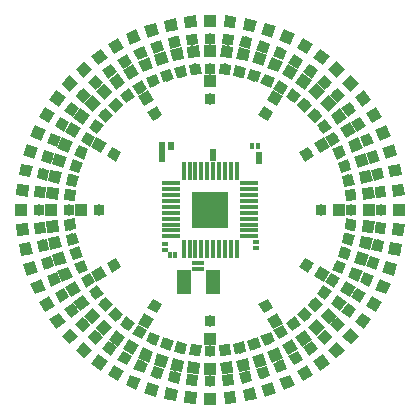
<source format=gts>
G75*
G70*
%OFA0B0*%
%FSLAX24Y24*%
%IPPOS*%
%LPD*%
%AMOC8*
5,1,8,0,0,1.08239X$1,22.5*
%
%ADD10R,0.0631X0.0171*%
%ADD11R,0.0171X0.0631*%
%ADD12R,0.1222X0.1222*%
%ADD13C,0.0320*%
%ADD14C,0.0380*%
%ADD15R,0.0395X0.0395*%
%ADD16R,0.0370X0.0354*%
%ADD17R,0.0395X0.0395*%
%ADD18R,0.0354X0.0370*%
%ADD19R,0.0510X0.0830*%
%ADD20R,0.0249X0.0190*%
%ADD21R,0.0218X0.0178*%
%ADD22R,0.0178X0.0218*%
%ADD23R,0.0237X0.0277*%
D10*
X007429Y007621D03*
X007429Y007817D03*
X007429Y008014D03*
X007429Y008211D03*
X007429Y008408D03*
X007429Y008605D03*
X007429Y008802D03*
X007429Y008999D03*
X007429Y009195D03*
X007429Y009392D03*
X010027Y009392D03*
X010027Y009195D03*
X010027Y008999D03*
X010027Y008802D03*
X010027Y008605D03*
X010027Y008408D03*
X010027Y008211D03*
X010027Y008014D03*
X010027Y007817D03*
X010027Y007621D03*
D11*
X009614Y007207D03*
X009417Y007207D03*
X009220Y007207D03*
X009023Y007207D03*
X008827Y007207D03*
X008630Y007207D03*
X008433Y007207D03*
X008236Y007207D03*
X008039Y007207D03*
X007842Y007207D03*
X007842Y009806D03*
X008039Y009806D03*
X008236Y009806D03*
X008433Y009806D03*
X008630Y009806D03*
X008827Y009806D03*
X009023Y009806D03*
X009220Y009806D03*
X009417Y009806D03*
X009614Y009806D03*
D12*
X008728Y008506D03*
D13*
X008728Y008506D03*
X008334Y008506D03*
X008334Y008900D03*
X008728Y008900D03*
X009122Y008900D03*
X009122Y008506D03*
X009122Y008113D03*
X008728Y008113D03*
X008334Y008113D03*
D14*
X005520Y006654D03*
X004922Y005741D03*
X004654Y006154D03*
X004430Y006593D03*
X004254Y007053D03*
X004126Y007528D03*
X004049Y008015D03*
X004023Y008506D03*
X004049Y008998D03*
X004126Y009485D03*
X004254Y009960D03*
X004430Y010420D03*
X004654Y010859D03*
X004922Y011272D03*
X005232Y011655D03*
X005580Y012003D03*
X005963Y012313D03*
X006376Y012581D03*
X006815Y012804D03*
X007274Y012981D03*
X007750Y013108D03*
X008236Y013185D03*
X008728Y013211D03*
X009220Y013185D03*
X009706Y013108D03*
X010182Y012981D03*
X010642Y012804D03*
X011081Y012581D03*
X011494Y012313D03*
X011876Y012003D03*
X012224Y011655D03*
X012534Y011272D03*
X012803Y010859D03*
X013026Y010420D03*
X013203Y009960D03*
X013330Y009485D03*
X013407Y008998D03*
X013433Y008506D03*
X013407Y008015D03*
X013330Y007528D03*
X013203Y007053D03*
X013026Y006593D03*
X012803Y006154D03*
X012534Y005741D03*
X012224Y005358D03*
X011876Y005010D03*
X011494Y004700D03*
X011081Y004432D03*
X010642Y004208D03*
X010182Y004032D03*
X009706Y003905D03*
X009220Y003827D03*
X008728Y003802D03*
X008236Y003827D03*
X007750Y003905D03*
X007274Y004032D03*
X006815Y004208D03*
X006376Y004432D03*
X005963Y004700D03*
X005580Y005010D03*
X005232Y005358D03*
X004489Y004689D03*
X004911Y004267D03*
X005375Y003891D03*
X005876Y003566D03*
X006408Y003295D03*
X006965Y003081D03*
X007542Y002926D03*
X008132Y002833D03*
X008728Y002802D03*
X009324Y002833D03*
X009914Y002926D03*
X010491Y003081D03*
X011049Y003295D03*
X011581Y003566D03*
X012081Y003891D03*
X012545Y004267D03*
X012968Y004689D03*
X013343Y005153D03*
X013669Y005654D03*
X013940Y006186D03*
X014154Y006744D03*
X014308Y007320D03*
X014402Y007910D03*
X014433Y008506D03*
X014402Y009103D03*
X014308Y009693D03*
X014154Y010269D03*
X013940Y010827D03*
X013669Y011359D03*
X013343Y011860D03*
X012968Y012324D03*
X012545Y012746D03*
X012081Y013122D03*
X011581Y013447D03*
X011049Y013718D03*
X010491Y013932D03*
X009914Y014086D03*
X009324Y014180D03*
X008728Y014211D03*
X008132Y014180D03*
X007542Y014086D03*
X006965Y013932D03*
X006408Y013718D03*
X005876Y013447D03*
X005375Y013122D03*
X004911Y012746D03*
X004489Y012324D03*
X004113Y011860D03*
X003788Y011359D03*
X003517Y010827D03*
X003303Y010269D03*
X003148Y009693D03*
X003055Y009103D03*
X003023Y008506D03*
X003055Y007910D03*
X003148Y007320D03*
X003303Y006744D03*
X003517Y006186D03*
X003788Y005654D03*
X004113Y005153D03*
X006876Y005298D03*
X008728Y004802D03*
X010581Y005298D03*
X011937Y006654D03*
X012433Y008506D03*
X011937Y010359D03*
X010581Y011715D03*
X008728Y012211D03*
X006876Y011715D03*
X005520Y010359D03*
X005023Y008506D03*
D15*
X004433Y008506D03*
X003433Y008506D03*
X002433Y008506D03*
X008728Y004211D03*
X008728Y003211D03*
X008728Y002211D03*
X013023Y008506D03*
X014023Y008506D03*
X015023Y008506D03*
X008728Y012802D03*
X008728Y013802D03*
X008728Y014802D03*
D16*
X008728Y014211D03*
G36*
X008334Y014024D02*
X007967Y013985D01*
X007930Y014336D01*
X008297Y014375D01*
X008334Y014024D01*
G37*
G36*
X007759Y013952D02*
X007398Y013875D01*
X007325Y014220D01*
X007686Y014297D01*
X007759Y013952D01*
G37*
G36*
X007195Y013821D02*
X006844Y013707D01*
X006735Y014043D01*
X007086Y014157D01*
X007195Y013821D01*
G37*
G36*
X006648Y013632D02*
X006311Y013482D01*
X006168Y013804D01*
X006505Y013954D01*
X006648Y013632D01*
G37*
G36*
X006124Y013387D02*
X005805Y013202D01*
X005628Y013507D01*
X005947Y013692D01*
X006124Y013387D01*
G37*
G36*
X005628Y013088D02*
X005330Y012871D01*
X005122Y013156D01*
X005420Y013373D01*
X005628Y013088D01*
G37*
G36*
X005166Y012739D02*
X004892Y012491D01*
X004656Y012753D01*
X004930Y013001D01*
X005166Y012739D01*
G37*
G36*
X004744Y012343D02*
X004496Y012069D01*
X004234Y012305D01*
X004482Y012579D01*
X004744Y012343D01*
G37*
G36*
X004364Y011905D02*
X004147Y011607D01*
X003862Y011815D01*
X004079Y012113D01*
X004364Y011905D01*
G37*
G36*
X005173Y011317D02*
X004956Y011019D01*
X004671Y011227D01*
X004888Y011525D01*
X005173Y011317D01*
G37*
G36*
X005487Y011674D02*
X005239Y011400D01*
X004977Y011636D01*
X005225Y011910D01*
X005487Y011674D01*
G37*
G36*
X005835Y011996D02*
X005561Y011748D01*
X005325Y012010D01*
X005599Y012258D01*
X005835Y011996D01*
G37*
G36*
X006216Y012279D02*
X005918Y012062D01*
X005710Y012347D01*
X006008Y012564D01*
X006216Y012279D01*
G37*
G36*
X006624Y012521D02*
X006305Y012336D01*
X006128Y012641D01*
X006447Y012826D01*
X006624Y012521D01*
G37*
G36*
X007055Y012718D02*
X006718Y012568D01*
X006575Y012890D01*
X006912Y013040D01*
X007055Y012718D01*
G37*
G36*
X007504Y012870D02*
X007153Y012756D01*
X007044Y013092D01*
X007395Y013206D01*
X007504Y012870D01*
G37*
G36*
X007967Y012974D02*
X007606Y012897D01*
X007533Y013242D01*
X007894Y013319D01*
X007967Y012974D01*
G37*
G36*
X008438Y013029D02*
X008071Y012990D01*
X008034Y013341D01*
X008401Y013380D01*
X008438Y013029D01*
G37*
X008728Y013211D03*
G36*
X009385Y012990D02*
X009018Y013029D01*
X009055Y013380D01*
X009422Y013341D01*
X009385Y012990D01*
G37*
G36*
X009850Y012897D02*
X009489Y012974D01*
X009562Y013319D01*
X009923Y013242D01*
X009850Y012897D01*
G37*
G36*
X010303Y012756D02*
X009952Y012870D01*
X010061Y013206D01*
X010412Y013092D01*
X010303Y012756D01*
G37*
G36*
X010739Y012568D02*
X010402Y012718D01*
X010545Y013040D01*
X010882Y012890D01*
X010739Y012568D01*
G37*
G36*
X011152Y012336D02*
X010833Y012521D01*
X011010Y012826D01*
X011329Y012641D01*
X011152Y012336D01*
G37*
G36*
X011539Y012062D02*
X011241Y012279D01*
X011449Y012564D01*
X011747Y012347D01*
X011539Y012062D01*
G37*
G36*
X011895Y011748D02*
X011621Y011996D01*
X011857Y012258D01*
X012131Y012010D01*
X011895Y011748D01*
G37*
G36*
X012217Y011400D02*
X011969Y011674D01*
X012231Y011910D01*
X012479Y011636D01*
X012217Y011400D01*
G37*
G36*
X012500Y011019D02*
X012283Y011317D01*
X012568Y011525D01*
X012785Y011227D01*
X012500Y011019D01*
G37*
G36*
X012743Y010611D02*
X012558Y010930D01*
X012863Y011107D01*
X013048Y010788D01*
X012743Y010611D01*
G37*
G36*
X012940Y010180D02*
X012790Y010517D01*
X013112Y010660D01*
X013262Y010323D01*
X012940Y010180D01*
G37*
G36*
X013092Y009730D02*
X012978Y010081D01*
X013314Y010190D01*
X013428Y009839D01*
X013092Y009730D01*
G37*
G36*
X013196Y009268D02*
X013119Y009629D01*
X013464Y009702D01*
X013541Y009341D01*
X013196Y009268D01*
G37*
G36*
X013251Y008796D02*
X013212Y009163D01*
X013563Y009200D01*
X013602Y008833D01*
X013251Y008796D01*
G37*
G36*
X013212Y007850D02*
X013251Y008217D01*
X013602Y008180D01*
X013563Y007813D01*
X013212Y007850D01*
G37*
G36*
X013119Y007384D02*
X013196Y007745D01*
X013541Y007672D01*
X013464Y007311D01*
X013119Y007384D01*
G37*
G36*
X012978Y006932D02*
X013092Y007283D01*
X013428Y007174D01*
X013314Y006823D01*
X012978Y006932D01*
G37*
G36*
X012790Y006496D02*
X012940Y006833D01*
X013262Y006690D01*
X013112Y006353D01*
X012790Y006496D01*
G37*
G36*
X012558Y006083D02*
X012743Y006402D01*
X013048Y006225D01*
X012863Y005906D01*
X012558Y006083D01*
G37*
G36*
X012283Y005696D02*
X012500Y005994D01*
X012785Y005786D01*
X012568Y005488D01*
X012283Y005696D01*
G37*
G36*
X011969Y005339D02*
X012217Y005613D01*
X012479Y005377D01*
X012231Y005103D01*
X011969Y005339D01*
G37*
G36*
X011621Y005017D02*
X011895Y005265D01*
X012131Y005003D01*
X011857Y004755D01*
X011621Y005017D01*
G37*
G36*
X011241Y004734D02*
X011539Y004951D01*
X011747Y004666D01*
X011449Y004449D01*
X011241Y004734D01*
G37*
G36*
X010833Y004492D02*
X011152Y004677D01*
X011329Y004372D01*
X011010Y004187D01*
X010833Y004492D01*
G37*
G36*
X010402Y004294D02*
X010739Y004444D01*
X010882Y004122D01*
X010545Y003972D01*
X010402Y004294D01*
G37*
G36*
X009952Y004143D02*
X010303Y004257D01*
X010412Y003921D01*
X010061Y003807D01*
X009952Y004143D01*
G37*
G36*
X009489Y004039D02*
X009850Y004116D01*
X009923Y003771D01*
X009562Y003694D01*
X009489Y004039D01*
G37*
G36*
X009018Y003983D02*
X009385Y004022D01*
X009422Y003671D01*
X009055Y003632D01*
X009018Y003983D01*
G37*
X008728Y003802D03*
G36*
X008071Y004022D02*
X008438Y003983D01*
X008401Y003632D01*
X008034Y003671D01*
X008071Y004022D01*
G37*
G36*
X007606Y004116D02*
X007967Y004039D01*
X007894Y003694D01*
X007533Y003771D01*
X007606Y004116D01*
G37*
G36*
X007153Y004257D02*
X007504Y004143D01*
X007395Y003807D01*
X007044Y003921D01*
X007153Y004257D01*
G37*
G36*
X006718Y004444D02*
X007055Y004294D01*
X006912Y003972D01*
X006575Y004122D01*
X006718Y004444D01*
G37*
G36*
X006305Y004677D02*
X006624Y004492D01*
X006447Y004187D01*
X006128Y004372D01*
X006305Y004677D01*
G37*
G36*
X005918Y004951D02*
X006216Y004734D01*
X006008Y004449D01*
X005710Y004666D01*
X005918Y004951D01*
G37*
G36*
X005561Y005265D02*
X005835Y005017D01*
X005599Y004755D01*
X005325Y005003D01*
X005561Y005265D01*
G37*
G36*
X005239Y005613D02*
X005487Y005339D01*
X005225Y005103D01*
X004977Y005377D01*
X005239Y005613D01*
G37*
G36*
X004956Y005994D02*
X005173Y005696D01*
X004888Y005488D01*
X004671Y005786D01*
X004956Y005994D01*
G37*
G36*
X004714Y006402D02*
X004899Y006083D01*
X004594Y005906D01*
X004409Y006225D01*
X004714Y006402D01*
G37*
G36*
X004516Y006833D02*
X004666Y006496D01*
X004344Y006353D01*
X004194Y006690D01*
X004516Y006833D01*
G37*
G36*
X004365Y007283D02*
X004479Y006932D01*
X004143Y006823D01*
X004029Y007174D01*
X004365Y007283D01*
G37*
G36*
X004260Y007745D02*
X004337Y007384D01*
X003992Y007311D01*
X003915Y007672D01*
X004260Y007745D01*
G37*
G36*
X004205Y008217D02*
X004244Y007850D01*
X003893Y007813D01*
X003854Y008180D01*
X004205Y008217D01*
G37*
G36*
X004244Y009163D02*
X004205Y008796D01*
X003854Y008833D01*
X003893Y009200D01*
X004244Y009163D01*
G37*
G36*
X004337Y009629D02*
X004260Y009268D01*
X003915Y009341D01*
X003992Y009702D01*
X004337Y009629D01*
G37*
G36*
X004479Y010081D02*
X004365Y009730D01*
X004029Y009839D01*
X004143Y010190D01*
X004479Y010081D01*
G37*
G36*
X004666Y010517D02*
X004516Y010180D01*
X004194Y010323D01*
X004344Y010660D01*
X004666Y010517D01*
G37*
G36*
X004899Y010930D02*
X004714Y010611D01*
X004409Y010788D01*
X004594Y011107D01*
X004899Y010930D01*
G37*
G36*
X005765Y010430D02*
X005580Y010111D01*
X005275Y010288D01*
X005460Y010607D01*
X005765Y010430D01*
G37*
G36*
X007124Y011655D02*
X006805Y011470D01*
X006628Y011775D01*
X006947Y011960D01*
X007124Y011655D01*
G37*
X008728Y012211D03*
G36*
X010652Y011470D02*
X010333Y011655D01*
X010510Y011960D01*
X010829Y011775D01*
X010652Y011470D01*
G37*
G36*
X011877Y010111D02*
X011692Y010430D01*
X011997Y010607D01*
X012182Y010288D01*
X011877Y010111D01*
G37*
G36*
X013609Y011111D02*
X013424Y011430D01*
X013729Y011607D01*
X013914Y011288D01*
X013609Y011111D01*
G37*
G36*
X013854Y010587D02*
X013704Y010924D01*
X014026Y011067D01*
X014176Y010730D01*
X013854Y010587D01*
G37*
G36*
X014043Y010039D02*
X013929Y010390D01*
X014265Y010499D01*
X014379Y010148D01*
X014043Y010039D01*
G37*
G36*
X014174Y009476D02*
X014097Y009837D01*
X014442Y009910D01*
X014519Y009549D01*
X014174Y009476D01*
G37*
G36*
X014246Y008901D02*
X014207Y009268D01*
X014558Y009305D01*
X014597Y008938D01*
X014246Y008901D01*
G37*
G36*
X014207Y007745D02*
X014246Y008112D01*
X014597Y008075D01*
X014558Y007708D01*
X014207Y007745D01*
G37*
G36*
X014097Y007176D02*
X014174Y007537D01*
X014519Y007464D01*
X014442Y007103D01*
X014097Y007176D01*
G37*
G36*
X013929Y006623D02*
X014043Y006974D01*
X014379Y006865D01*
X014265Y006514D01*
X013929Y006623D01*
G37*
G36*
X013704Y006089D02*
X013854Y006426D01*
X014176Y006283D01*
X014026Y005946D01*
X013704Y006089D01*
G37*
G36*
X013424Y005583D02*
X013609Y005902D01*
X013914Y005725D01*
X013729Y005406D01*
X013424Y005583D01*
G37*
G36*
X013092Y005108D02*
X013309Y005406D01*
X013594Y005198D01*
X013377Y004900D01*
X013092Y005108D01*
G37*
G36*
X012713Y004670D02*
X012961Y004944D01*
X013223Y004708D01*
X012975Y004434D01*
X012713Y004670D01*
G37*
G36*
X012290Y004274D02*
X012564Y004522D01*
X012800Y004260D01*
X012526Y004012D01*
X012290Y004274D01*
G37*
G36*
X011828Y003925D02*
X012126Y004142D01*
X012334Y003857D01*
X012036Y003640D01*
X011828Y003925D01*
G37*
G36*
X011333Y003626D02*
X011652Y003811D01*
X011829Y003506D01*
X011510Y003321D01*
X011333Y003626D01*
G37*
G36*
X010809Y003381D02*
X011146Y003531D01*
X011289Y003209D01*
X010952Y003059D01*
X010809Y003381D01*
G37*
G36*
X010261Y003192D02*
X010612Y003306D01*
X010721Y002970D01*
X010370Y002856D01*
X010261Y003192D01*
G37*
G36*
X009697Y003060D02*
X010058Y003137D01*
X010131Y002792D01*
X009770Y002715D01*
X009697Y003060D01*
G37*
G36*
X009122Y002989D02*
X009489Y003028D01*
X009526Y002677D01*
X009159Y002638D01*
X009122Y002989D01*
G37*
X008728Y002802D03*
G36*
X007967Y003028D02*
X008334Y002989D01*
X008297Y002638D01*
X007930Y002677D01*
X007967Y003028D01*
G37*
G36*
X007398Y003137D02*
X007759Y003060D01*
X007686Y002715D01*
X007325Y002792D01*
X007398Y003137D01*
G37*
G36*
X006844Y003306D02*
X007195Y003192D01*
X007086Y002856D01*
X006735Y002970D01*
X006844Y003306D01*
G37*
G36*
X006311Y003531D02*
X006648Y003381D01*
X006505Y003059D01*
X006168Y003209D01*
X006311Y003531D01*
G37*
G36*
X005805Y003811D02*
X006124Y003626D01*
X005947Y003321D01*
X005628Y003506D01*
X005805Y003811D01*
G37*
G36*
X005330Y004142D02*
X005628Y003925D01*
X005420Y003640D01*
X005122Y003857D01*
X005330Y004142D01*
G37*
G36*
X004892Y004522D02*
X005166Y004274D01*
X004930Y004012D01*
X004656Y004260D01*
X004892Y004522D01*
G37*
G36*
X004496Y004944D02*
X004744Y004670D01*
X004482Y004434D01*
X004234Y004708D01*
X004496Y004944D01*
G37*
G36*
X004147Y005406D02*
X004364Y005108D01*
X004079Y004900D01*
X003862Y005198D01*
X004147Y005406D01*
G37*
G36*
X003848Y005902D02*
X004033Y005583D01*
X003728Y005406D01*
X003543Y005725D01*
X003848Y005902D01*
G37*
G36*
X003603Y006426D02*
X003753Y006089D01*
X003431Y005946D01*
X003281Y006283D01*
X003603Y006426D01*
G37*
G36*
X003414Y006974D02*
X003528Y006623D01*
X003192Y006514D01*
X003078Y006865D01*
X003414Y006974D01*
G37*
G36*
X003282Y007537D02*
X003359Y007176D01*
X003014Y007103D01*
X002937Y007464D01*
X003282Y007537D01*
G37*
G36*
X003211Y008112D02*
X003250Y007745D01*
X002899Y007708D01*
X002860Y008075D01*
X003211Y008112D01*
G37*
G36*
X003250Y009268D02*
X003211Y008901D01*
X002860Y008938D01*
X002899Y009305D01*
X003250Y009268D01*
G37*
G36*
X003359Y009837D02*
X003282Y009476D01*
X002937Y009549D01*
X003014Y009910D01*
X003359Y009837D01*
G37*
G36*
X003528Y010390D02*
X003414Y010039D01*
X003078Y010148D01*
X003192Y010499D01*
X003528Y010390D01*
G37*
G36*
X003753Y010924D02*
X003603Y010587D01*
X003281Y010730D01*
X003431Y011067D01*
X003753Y010924D01*
G37*
G36*
X004033Y011430D02*
X003848Y011111D01*
X003543Y011288D01*
X003728Y011607D01*
X004033Y011430D01*
G37*
G36*
X005580Y006902D02*
X005765Y006583D01*
X005460Y006406D01*
X005275Y006725D01*
X005580Y006902D01*
G37*
G36*
X006805Y005543D02*
X007124Y005358D01*
X006947Y005053D01*
X006628Y005238D01*
X006805Y005543D01*
G37*
X008728Y004802D03*
G36*
X010333Y005358D02*
X010652Y005543D01*
X010829Y005238D01*
X010510Y005053D01*
X010333Y005358D01*
G37*
G36*
X011692Y006583D02*
X011877Y006902D01*
X012182Y006725D01*
X011997Y006406D01*
X011692Y006583D01*
G37*
G36*
X013309Y011607D02*
X013092Y011905D01*
X013377Y012113D01*
X013594Y011815D01*
X013309Y011607D01*
G37*
G36*
X012961Y012069D02*
X012713Y012343D01*
X012975Y012579D01*
X013223Y012305D01*
X012961Y012069D01*
G37*
G36*
X012564Y012491D02*
X012290Y012739D01*
X012526Y013001D01*
X012800Y012753D01*
X012564Y012491D01*
G37*
G36*
X012126Y012871D02*
X011828Y013088D01*
X012036Y013373D01*
X012334Y013156D01*
X012126Y012871D01*
G37*
G36*
X011652Y013202D02*
X011333Y013387D01*
X011510Y013692D01*
X011829Y013507D01*
X011652Y013202D01*
G37*
G36*
X011146Y013482D02*
X010809Y013632D01*
X010952Y013954D01*
X011289Y013804D01*
X011146Y013482D01*
G37*
G36*
X010612Y013707D02*
X010261Y013821D01*
X010370Y014157D01*
X010721Y014043D01*
X010612Y013707D01*
G37*
G36*
X010058Y013875D02*
X009697Y013952D01*
X009770Y014297D01*
X010131Y014220D01*
X010058Y013875D01*
G37*
G36*
X009489Y013985D02*
X009122Y014024D01*
X009159Y014375D01*
X009526Y014336D01*
X009489Y013985D01*
G37*
D17*
G36*
X004064Y004572D02*
X004328Y004280D01*
X004036Y004016D01*
X003772Y004308D01*
X004064Y004572D01*
G37*
G36*
X003678Y005081D02*
X003910Y004763D01*
X003592Y004531D01*
X003360Y004849D01*
X003678Y005081D01*
G37*
G36*
X003348Y005628D02*
X003545Y005287D01*
X003204Y005090D01*
X003007Y005431D01*
X003348Y005628D01*
G37*
G36*
X003076Y006206D02*
X003237Y005847D01*
X002878Y005686D01*
X002717Y006045D01*
X003076Y006206D01*
G37*
G36*
X002867Y006809D02*
X002989Y006435D01*
X002615Y006313D01*
X002493Y006687D01*
X002867Y006809D01*
G37*
G36*
X002721Y007431D02*
X002803Y007047D01*
X002419Y006965D01*
X002337Y007349D01*
X002721Y007431D01*
G37*
G36*
X002642Y008064D02*
X002683Y007673D01*
X002292Y007632D01*
X002251Y008023D01*
X002642Y008064D01*
G37*
G36*
X003637Y008169D02*
X003678Y007778D01*
X003287Y007737D01*
X003246Y008128D01*
X003637Y008169D01*
G37*
G36*
X003700Y007638D02*
X003782Y007254D01*
X003398Y007172D01*
X003316Y007556D01*
X003700Y007638D01*
G37*
G36*
X003818Y007118D02*
X003940Y006744D01*
X003566Y006622D01*
X003444Y006996D01*
X003818Y007118D01*
G37*
G36*
X003990Y006613D02*
X004151Y006254D01*
X003792Y006093D01*
X003631Y006452D01*
X003990Y006613D01*
G37*
G36*
X004214Y006128D02*
X004411Y005787D01*
X004070Y005590D01*
X003873Y005931D01*
X004214Y006128D01*
G37*
G36*
X004487Y005669D02*
X004719Y005351D01*
X004401Y005119D01*
X004169Y005437D01*
X004487Y005669D01*
G37*
G36*
X004807Y005241D02*
X005071Y004949D01*
X004779Y004685D01*
X004515Y004977D01*
X004807Y005241D01*
G37*
G36*
X005171Y004849D02*
X005463Y004585D01*
X005199Y004293D01*
X004907Y004557D01*
X005171Y004849D01*
G37*
G36*
X005573Y004497D02*
X005891Y004265D01*
X005659Y003947D01*
X005341Y004179D01*
X005573Y004497D01*
G37*
G36*
X006009Y004190D02*
X006350Y003993D01*
X006153Y003652D01*
X005812Y003849D01*
X006009Y004190D01*
G37*
G36*
X006475Y003929D02*
X006834Y003768D01*
X006673Y003409D01*
X006314Y003570D01*
X006475Y003929D01*
G37*
G36*
X006966Y003718D02*
X007340Y003596D01*
X007218Y003222D01*
X006844Y003344D01*
X006966Y003718D01*
G37*
G36*
X007476Y003560D02*
X007860Y003478D01*
X007778Y003094D01*
X007394Y003176D01*
X007476Y003560D01*
G37*
G36*
X008000Y003456D02*
X008391Y003415D01*
X008350Y003024D01*
X007959Y003065D01*
X008000Y003456D01*
G37*
G36*
X007268Y002582D02*
X007652Y002500D01*
X007570Y002116D01*
X007186Y002198D01*
X007268Y002582D01*
G37*
G36*
X006657Y002767D02*
X007031Y002645D01*
X006909Y002271D01*
X006535Y002393D01*
X006657Y002767D01*
G37*
G36*
X006069Y003015D02*
X006428Y002854D01*
X006267Y002495D01*
X005908Y002656D01*
X006069Y003015D01*
G37*
G36*
X005509Y003324D02*
X005850Y003127D01*
X005653Y002786D01*
X005312Y002983D01*
X005509Y003324D01*
G37*
G36*
X004985Y003688D02*
X005303Y003456D01*
X005071Y003138D01*
X004753Y003370D01*
X004985Y003688D01*
G37*
G36*
X004502Y004106D02*
X004794Y003842D01*
X004530Y003550D01*
X004238Y003814D01*
X004502Y004106D01*
G37*
G36*
X006509Y005056D02*
X006850Y004859D01*
X006653Y004518D01*
X006312Y004715D01*
X006509Y005056D01*
G37*
G36*
X005080Y006628D02*
X005277Y006287D01*
X004936Y006090D01*
X004739Y006431D01*
X005080Y006628D01*
G37*
G36*
X003678Y009235D02*
X003637Y008844D01*
X003246Y008885D01*
X003287Y009276D01*
X003678Y009235D01*
G37*
G36*
X003782Y009758D02*
X003700Y009374D01*
X003316Y009456D01*
X003398Y009840D01*
X003782Y009758D01*
G37*
G36*
X003940Y010269D02*
X003818Y009895D01*
X003444Y010017D01*
X003566Y010391D01*
X003940Y010269D01*
G37*
G36*
X004151Y010759D02*
X003990Y010400D01*
X003631Y010561D01*
X003792Y010920D01*
X004151Y010759D01*
G37*
G36*
X004411Y011226D02*
X004214Y010885D01*
X003873Y011082D01*
X004070Y011423D01*
X004411Y011226D01*
G37*
G36*
X004719Y011662D02*
X004487Y011344D01*
X004169Y011576D01*
X004401Y011894D01*
X004719Y011662D01*
G37*
G36*
X005071Y012064D02*
X004807Y011772D01*
X004515Y012036D01*
X004779Y012328D01*
X005071Y012064D01*
G37*
G36*
X005463Y012428D02*
X005171Y012164D01*
X004907Y012456D01*
X005199Y012720D01*
X005463Y012428D01*
G37*
G36*
X005891Y012747D02*
X005573Y012515D01*
X005341Y012833D01*
X005659Y013065D01*
X005891Y012747D01*
G37*
G36*
X006350Y013020D02*
X006009Y012823D01*
X005812Y013164D01*
X006153Y013361D01*
X006350Y013020D01*
G37*
G36*
X006834Y013245D02*
X006475Y013084D01*
X006314Y013443D01*
X006673Y013604D01*
X006834Y013245D01*
G37*
G36*
X007340Y013417D02*
X006966Y013295D01*
X006844Y013669D01*
X007218Y013791D01*
X007340Y013417D01*
G37*
G36*
X007860Y013535D02*
X007476Y013453D01*
X007394Y013837D01*
X007778Y013919D01*
X007860Y013535D01*
G37*
G36*
X008391Y013598D02*
X008000Y013557D01*
X007959Y013948D01*
X008350Y013989D01*
X008391Y013598D01*
G37*
G36*
X009457Y013557D02*
X009066Y013598D01*
X009107Y013989D01*
X009498Y013948D01*
X009457Y013557D01*
G37*
G36*
X009980Y013453D02*
X009596Y013535D01*
X009678Y013919D01*
X010062Y013837D01*
X009980Y013453D01*
G37*
G36*
X010490Y013295D02*
X010116Y013417D01*
X010238Y013791D01*
X010612Y013669D01*
X010490Y013295D01*
G37*
G36*
X010981Y013084D02*
X010622Y013245D01*
X010783Y013604D01*
X011142Y013443D01*
X010981Y013084D01*
G37*
G36*
X011448Y012823D02*
X011107Y013020D01*
X011304Y013361D01*
X011645Y013164D01*
X011448Y012823D01*
G37*
G36*
X011884Y012515D02*
X011566Y012747D01*
X011798Y013065D01*
X012116Y012833D01*
X011884Y012515D01*
G37*
G36*
X012285Y012164D02*
X011993Y012428D01*
X012257Y012720D01*
X012549Y012456D01*
X012285Y012164D01*
G37*
G36*
X012649Y011772D02*
X012385Y012064D01*
X012677Y012328D01*
X012941Y012036D01*
X012649Y011772D01*
G37*
G36*
X012969Y011344D02*
X012737Y011662D01*
X013055Y011894D01*
X013287Y011576D01*
X012969Y011344D01*
G37*
G36*
X013242Y010885D02*
X013045Y011226D01*
X013386Y011423D01*
X013583Y011082D01*
X013242Y010885D01*
G37*
G36*
X013467Y010400D02*
X013306Y010759D01*
X013665Y010920D01*
X013826Y010561D01*
X013467Y010400D01*
G37*
G36*
X013638Y009895D02*
X013516Y010269D01*
X013890Y010391D01*
X014012Y010017D01*
X013638Y009895D01*
G37*
G36*
X013757Y009374D02*
X013675Y009758D01*
X014059Y009840D01*
X014141Y009456D01*
X013757Y009374D01*
G37*
G36*
X013819Y008844D02*
X013778Y009235D01*
X014169Y009276D01*
X014210Y008885D01*
X013819Y008844D01*
G37*
G36*
X013778Y007778D02*
X013819Y008169D01*
X014210Y008128D01*
X014169Y007737D01*
X013778Y007778D01*
G37*
G36*
X013675Y007254D02*
X013757Y007638D01*
X014141Y007556D01*
X014059Y007172D01*
X013675Y007254D01*
G37*
G36*
X013516Y006744D02*
X013638Y007118D01*
X014012Y006996D01*
X013890Y006622D01*
X013516Y006744D01*
G37*
G36*
X013306Y006254D02*
X013467Y006613D01*
X013826Y006452D01*
X013665Y006093D01*
X013306Y006254D01*
G37*
G36*
X013045Y005787D02*
X013242Y006128D01*
X013583Y005931D01*
X013386Y005590D01*
X013045Y005787D01*
G37*
G36*
X012737Y005351D02*
X012969Y005669D01*
X013287Y005437D01*
X013055Y005119D01*
X012737Y005351D01*
G37*
G36*
X012385Y004949D02*
X012649Y005241D01*
X012941Y004977D01*
X012677Y004685D01*
X012385Y004949D01*
G37*
G36*
X011993Y004585D02*
X012285Y004849D01*
X012549Y004557D01*
X012257Y004293D01*
X011993Y004585D01*
G37*
G36*
X011566Y004265D02*
X011884Y004497D01*
X012116Y004179D01*
X011798Y003947D01*
X011566Y004265D01*
G37*
G36*
X011107Y003993D02*
X011448Y004190D01*
X011645Y003849D01*
X011304Y003652D01*
X011107Y003993D01*
G37*
G36*
X010622Y003768D02*
X010981Y003929D01*
X011142Y003570D01*
X010783Y003409D01*
X010622Y003768D01*
G37*
G36*
X010116Y003596D02*
X010490Y003718D01*
X010612Y003344D01*
X010238Y003222D01*
X010116Y003596D01*
G37*
G36*
X009596Y003478D02*
X009980Y003560D01*
X010062Y003176D01*
X009678Y003094D01*
X009596Y003478D01*
G37*
G36*
X009066Y003415D02*
X009457Y003456D01*
X009498Y003065D01*
X009107Y003024D01*
X009066Y003415D01*
G37*
G36*
X009804Y002500D02*
X010188Y002582D01*
X010270Y002198D01*
X009886Y002116D01*
X009804Y002500D01*
G37*
G36*
X009170Y002421D02*
X009561Y002462D01*
X009602Y002071D01*
X009211Y002030D01*
X009170Y002421D01*
G37*
G36*
X007895Y002462D02*
X008286Y002421D01*
X008245Y002030D01*
X007854Y002071D01*
X007895Y002462D01*
G37*
G36*
X010426Y002645D02*
X010800Y002767D01*
X010922Y002393D01*
X010548Y002271D01*
X010426Y002645D01*
G37*
G36*
X011029Y002854D02*
X011388Y003015D01*
X011549Y002656D01*
X011190Y002495D01*
X011029Y002854D01*
G37*
G36*
X011607Y003127D02*
X011948Y003324D01*
X012145Y002983D01*
X011804Y002786D01*
X011607Y003127D01*
G37*
G36*
X012153Y003456D02*
X012471Y003688D01*
X012703Y003370D01*
X012385Y003138D01*
X012153Y003456D01*
G37*
G36*
X012663Y003842D02*
X012955Y004106D01*
X013219Y003814D01*
X012927Y003550D01*
X012663Y003842D01*
G37*
G36*
X013128Y004280D02*
X013392Y004572D01*
X013684Y004308D01*
X013420Y004016D01*
X013128Y004280D01*
G37*
G36*
X013546Y004763D02*
X013778Y005081D01*
X014096Y004849D01*
X013864Y004531D01*
X013546Y004763D01*
G37*
G36*
X013911Y005287D02*
X014108Y005628D01*
X014449Y005431D01*
X014252Y005090D01*
X013911Y005287D01*
G37*
G36*
X014219Y005847D02*
X014380Y006206D01*
X014739Y006045D01*
X014578Y005686D01*
X014219Y005847D01*
G37*
G36*
X014467Y006435D02*
X014589Y006809D01*
X014963Y006687D01*
X014841Y006313D01*
X014467Y006435D01*
G37*
G36*
X014653Y007047D02*
X014735Y007431D01*
X015119Y007349D01*
X015037Y006965D01*
X014653Y007047D01*
G37*
G36*
X014773Y007673D02*
X014814Y008064D01*
X015205Y008023D01*
X015164Y007632D01*
X014773Y007673D01*
G37*
G36*
X014814Y008948D02*
X014773Y009339D01*
X015164Y009380D01*
X015205Y008989D01*
X014814Y008948D01*
G37*
G36*
X014735Y009582D02*
X014653Y009966D01*
X015037Y010048D01*
X015119Y009664D01*
X014735Y009582D01*
G37*
G36*
X014589Y010204D02*
X014467Y010578D01*
X014841Y010700D01*
X014963Y010326D01*
X014589Y010204D01*
G37*
G36*
X014380Y010807D02*
X014219Y011166D01*
X014578Y011327D01*
X014739Y010968D01*
X014380Y010807D01*
G37*
G36*
X014108Y011385D02*
X013911Y011726D01*
X014252Y011923D01*
X014449Y011582D01*
X014108Y011385D01*
G37*
G36*
X013778Y011932D02*
X013546Y012250D01*
X013864Y012482D01*
X014096Y012164D01*
X013778Y011932D01*
G37*
G36*
X013392Y012441D02*
X013128Y012733D01*
X013420Y012997D01*
X013684Y012705D01*
X013392Y012441D01*
G37*
G36*
X012955Y012907D02*
X012663Y013171D01*
X012927Y013463D01*
X013219Y013199D01*
X012955Y012907D01*
G37*
G36*
X012471Y013324D02*
X012153Y013556D01*
X012385Y013874D01*
X012703Y013642D01*
X012471Y013324D01*
G37*
G36*
X011948Y013689D02*
X011607Y013886D01*
X011804Y014227D01*
X012145Y014030D01*
X011948Y013689D01*
G37*
G36*
X011388Y013997D02*
X011029Y014158D01*
X011190Y014517D01*
X011549Y014356D01*
X011388Y013997D01*
G37*
G36*
X010800Y014246D02*
X010426Y014368D01*
X010548Y014742D01*
X010922Y014620D01*
X010800Y014246D01*
G37*
G36*
X010188Y014431D02*
X009804Y014513D01*
X009886Y014897D01*
X010270Y014815D01*
X010188Y014431D01*
G37*
G36*
X009561Y014551D02*
X009170Y014592D01*
X009211Y014983D01*
X009602Y014942D01*
X009561Y014551D01*
G37*
G36*
X008286Y014592D02*
X007895Y014551D01*
X007854Y014942D01*
X008245Y014983D01*
X008286Y014592D01*
G37*
G36*
X007652Y014513D02*
X007268Y014431D01*
X007186Y014815D01*
X007570Y014897D01*
X007652Y014513D01*
G37*
G36*
X007031Y014368D02*
X006657Y014246D01*
X006535Y014620D01*
X006909Y014742D01*
X007031Y014368D01*
G37*
G36*
X006428Y014158D02*
X006069Y013997D01*
X005908Y014356D01*
X006267Y014517D01*
X006428Y014158D01*
G37*
G36*
X005850Y013886D02*
X005509Y013689D01*
X005312Y014030D01*
X005653Y014227D01*
X005850Y013886D01*
G37*
G36*
X005303Y013556D02*
X004985Y013324D01*
X004753Y013642D01*
X005071Y013874D01*
X005303Y013556D01*
G37*
G36*
X004794Y013171D02*
X004502Y012907D01*
X004238Y013199D01*
X004530Y013463D01*
X004794Y013171D01*
G37*
G36*
X004328Y012733D02*
X004064Y012441D01*
X003772Y012705D01*
X004036Y012997D01*
X004328Y012733D01*
G37*
G36*
X003910Y012250D02*
X003678Y011932D01*
X003360Y012164D01*
X003592Y012482D01*
X003910Y012250D01*
G37*
G36*
X003545Y011726D02*
X003348Y011385D01*
X003007Y011582D01*
X003204Y011923D01*
X003545Y011726D01*
G37*
G36*
X003237Y011166D02*
X003076Y010807D01*
X002717Y010968D01*
X002878Y011327D01*
X003237Y011166D01*
G37*
G36*
X002989Y010578D02*
X002867Y010204D01*
X002493Y010326D01*
X002615Y010700D01*
X002989Y010578D01*
G37*
G36*
X002803Y009966D02*
X002721Y009582D01*
X002337Y009664D01*
X002419Y010048D01*
X002803Y009966D01*
G37*
G36*
X002683Y009339D02*
X002642Y008948D01*
X002251Y008989D01*
X002292Y009380D01*
X002683Y009339D01*
G37*
G36*
X005277Y010726D02*
X005080Y010385D01*
X004739Y010582D01*
X004936Y010923D01*
X005277Y010726D01*
G37*
G36*
X006850Y012154D02*
X006509Y011957D01*
X006312Y012298D01*
X006653Y012495D01*
X006850Y012154D01*
G37*
G36*
X010948Y011957D02*
X010607Y012154D01*
X010804Y012495D01*
X011145Y012298D01*
X010948Y011957D01*
G37*
G36*
X012376Y010385D02*
X012179Y010726D01*
X012520Y010923D01*
X012717Y010582D01*
X012376Y010385D01*
G37*
G36*
X012179Y006287D02*
X012376Y006628D01*
X012717Y006431D01*
X012520Y006090D01*
X012179Y006287D01*
G37*
G36*
X010607Y004859D02*
X010948Y005056D01*
X011145Y004715D01*
X010804Y004518D01*
X010607Y004859D01*
G37*
D18*
X012433Y008506D03*
X013433Y008506D03*
X014433Y008506D03*
X005023Y008506D03*
X004023Y008506D03*
X003023Y008506D03*
D19*
X007848Y006096D03*
X008828Y006096D03*
D20*
X008828Y010226D03*
X008828Y010427D03*
X010338Y010347D03*
X010338Y010146D03*
X007108Y010186D03*
X007108Y010387D03*
D21*
X007228Y007355D03*
X007228Y007158D03*
X008228Y006725D03*
X008228Y006528D03*
X008433Y006528D03*
X008433Y006725D03*
X010238Y007248D03*
X010238Y007445D03*
D22*
X007567Y006986D03*
X007370Y006986D03*
X010130Y010616D03*
X010327Y010616D03*
D23*
X007426Y010646D03*
X007111Y010646D03*
M02*

</source>
